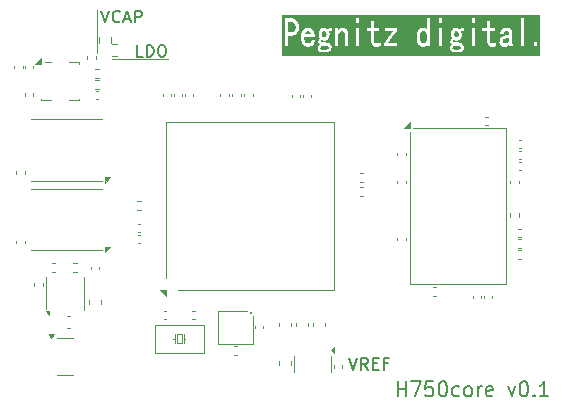
<source format=gbr>
%TF.GenerationSoftware,KiCad,Pcbnew,8.0.3*%
%TF.CreationDate,2024-07-19T10:15:31+08:00*%
%TF.ProjectId,h750xb_core,68373530-7862-45f6-936f-72652e6b6963,rev?*%
%TF.SameCoordinates,Original*%
%TF.FileFunction,Legend,Top*%
%TF.FilePolarity,Positive*%
%FSLAX46Y46*%
G04 Gerber Fmt 4.6, Leading zero omitted, Abs format (unit mm)*
G04 Created by KiCad (PCBNEW 8.0.3) date 2024-07-19 10:15:31*
%MOMM*%
%LPD*%
G01*
G04 APERTURE LIST*
%ADD10C,0.100000*%
%ADD11C,0.150000*%
%ADD12C,0.200000*%
%ADD13C,0.120000*%
G04 APERTURE END LIST*
D10*
X24370400Y-78848000D02*
X24370400Y-77648000D01*
X24370400Y-81348000D02*
X24370400Y-78848000D01*
X25670400Y-81848000D02*
X30370400Y-81848000D01*
D11*
X49854798Y-110384776D02*
X49854798Y-109114776D01*
X49854798Y-109719538D02*
X50540512Y-109719538D01*
X50540512Y-110384776D02*
X50540512Y-109114776D01*
X50997655Y-109114776D02*
X51797655Y-109114776D01*
X51797655Y-109114776D02*
X51283369Y-110384776D01*
X52826226Y-109114776D02*
X52254798Y-109114776D01*
X52254798Y-109114776D02*
X52197655Y-109719538D01*
X52197655Y-109719538D02*
X52254798Y-109659061D01*
X52254798Y-109659061D02*
X52369084Y-109598585D01*
X52369084Y-109598585D02*
X52654798Y-109598585D01*
X52654798Y-109598585D02*
X52769084Y-109659061D01*
X52769084Y-109659061D02*
X52826226Y-109719538D01*
X52826226Y-109719538D02*
X52883369Y-109840490D01*
X52883369Y-109840490D02*
X52883369Y-110142871D01*
X52883369Y-110142871D02*
X52826226Y-110263823D01*
X52826226Y-110263823D02*
X52769084Y-110324300D01*
X52769084Y-110324300D02*
X52654798Y-110384776D01*
X52654798Y-110384776D02*
X52369084Y-110384776D01*
X52369084Y-110384776D02*
X52254798Y-110324300D01*
X52254798Y-110324300D02*
X52197655Y-110263823D01*
X53626226Y-109114776D02*
X53740512Y-109114776D01*
X53740512Y-109114776D02*
X53854798Y-109175252D01*
X53854798Y-109175252D02*
X53911941Y-109235728D01*
X53911941Y-109235728D02*
X53969083Y-109356680D01*
X53969083Y-109356680D02*
X54026226Y-109598585D01*
X54026226Y-109598585D02*
X54026226Y-109900966D01*
X54026226Y-109900966D02*
X53969083Y-110142871D01*
X53969083Y-110142871D02*
X53911941Y-110263823D01*
X53911941Y-110263823D02*
X53854798Y-110324300D01*
X53854798Y-110324300D02*
X53740512Y-110384776D01*
X53740512Y-110384776D02*
X53626226Y-110384776D01*
X53626226Y-110384776D02*
X53511941Y-110324300D01*
X53511941Y-110324300D02*
X53454798Y-110263823D01*
X53454798Y-110263823D02*
X53397655Y-110142871D01*
X53397655Y-110142871D02*
X53340512Y-109900966D01*
X53340512Y-109900966D02*
X53340512Y-109598585D01*
X53340512Y-109598585D02*
X53397655Y-109356680D01*
X53397655Y-109356680D02*
X53454798Y-109235728D01*
X53454798Y-109235728D02*
X53511941Y-109175252D01*
X53511941Y-109175252D02*
X53626226Y-109114776D01*
X55054798Y-110324300D02*
X54940512Y-110384776D01*
X54940512Y-110384776D02*
X54711940Y-110384776D01*
X54711940Y-110384776D02*
X54597655Y-110324300D01*
X54597655Y-110324300D02*
X54540512Y-110263823D01*
X54540512Y-110263823D02*
X54483369Y-110142871D01*
X54483369Y-110142871D02*
X54483369Y-109780014D01*
X54483369Y-109780014D02*
X54540512Y-109659061D01*
X54540512Y-109659061D02*
X54597655Y-109598585D01*
X54597655Y-109598585D02*
X54711940Y-109538109D01*
X54711940Y-109538109D02*
X54940512Y-109538109D01*
X54940512Y-109538109D02*
X55054798Y-109598585D01*
X55740511Y-110384776D02*
X55626226Y-110324300D01*
X55626226Y-110324300D02*
X55569083Y-110263823D01*
X55569083Y-110263823D02*
X55511940Y-110142871D01*
X55511940Y-110142871D02*
X55511940Y-109780014D01*
X55511940Y-109780014D02*
X55569083Y-109659061D01*
X55569083Y-109659061D02*
X55626226Y-109598585D01*
X55626226Y-109598585D02*
X55740511Y-109538109D01*
X55740511Y-109538109D02*
X55911940Y-109538109D01*
X55911940Y-109538109D02*
X56026226Y-109598585D01*
X56026226Y-109598585D02*
X56083369Y-109659061D01*
X56083369Y-109659061D02*
X56140511Y-109780014D01*
X56140511Y-109780014D02*
X56140511Y-110142871D01*
X56140511Y-110142871D02*
X56083369Y-110263823D01*
X56083369Y-110263823D02*
X56026226Y-110324300D01*
X56026226Y-110324300D02*
X55911940Y-110384776D01*
X55911940Y-110384776D02*
X55740511Y-110384776D01*
X56654797Y-110384776D02*
X56654797Y-109538109D01*
X56654797Y-109780014D02*
X56711940Y-109659061D01*
X56711940Y-109659061D02*
X56769083Y-109598585D01*
X56769083Y-109598585D02*
X56883368Y-109538109D01*
X56883368Y-109538109D02*
X56997654Y-109538109D01*
X57854797Y-110324300D02*
X57740511Y-110384776D01*
X57740511Y-110384776D02*
X57511940Y-110384776D01*
X57511940Y-110384776D02*
X57397654Y-110324300D01*
X57397654Y-110324300D02*
X57340511Y-110203347D01*
X57340511Y-110203347D02*
X57340511Y-109719538D01*
X57340511Y-109719538D02*
X57397654Y-109598585D01*
X57397654Y-109598585D02*
X57511940Y-109538109D01*
X57511940Y-109538109D02*
X57740511Y-109538109D01*
X57740511Y-109538109D02*
X57854797Y-109598585D01*
X57854797Y-109598585D02*
X57911940Y-109719538D01*
X57911940Y-109719538D02*
X57911940Y-109840490D01*
X57911940Y-109840490D02*
X57340511Y-109961442D01*
X59226225Y-109538109D02*
X59511939Y-110384776D01*
X59511939Y-110384776D02*
X59797654Y-109538109D01*
X60483368Y-109114776D02*
X60597654Y-109114776D01*
X60597654Y-109114776D02*
X60711940Y-109175252D01*
X60711940Y-109175252D02*
X60769083Y-109235728D01*
X60769083Y-109235728D02*
X60826225Y-109356680D01*
X60826225Y-109356680D02*
X60883368Y-109598585D01*
X60883368Y-109598585D02*
X60883368Y-109900966D01*
X60883368Y-109900966D02*
X60826225Y-110142871D01*
X60826225Y-110142871D02*
X60769083Y-110263823D01*
X60769083Y-110263823D02*
X60711940Y-110324300D01*
X60711940Y-110324300D02*
X60597654Y-110384776D01*
X60597654Y-110384776D02*
X60483368Y-110384776D01*
X60483368Y-110384776D02*
X60369083Y-110324300D01*
X60369083Y-110324300D02*
X60311940Y-110263823D01*
X60311940Y-110263823D02*
X60254797Y-110142871D01*
X60254797Y-110142871D02*
X60197654Y-109900966D01*
X60197654Y-109900966D02*
X60197654Y-109598585D01*
X60197654Y-109598585D02*
X60254797Y-109356680D01*
X60254797Y-109356680D02*
X60311940Y-109235728D01*
X60311940Y-109235728D02*
X60369083Y-109175252D01*
X60369083Y-109175252D02*
X60483368Y-109114776D01*
X61397654Y-110263823D02*
X61454797Y-110324300D01*
X61454797Y-110324300D02*
X61397654Y-110384776D01*
X61397654Y-110384776D02*
X61340511Y-110324300D01*
X61340511Y-110324300D02*
X61397654Y-110263823D01*
X61397654Y-110263823D02*
X61397654Y-110384776D01*
X62597654Y-110384776D02*
X61911940Y-110384776D01*
X62254797Y-110384776D02*
X62254797Y-109114776D01*
X62254797Y-109114776D02*
X62140511Y-109296204D01*
X62140511Y-109296204D02*
X62026226Y-109417157D01*
X62026226Y-109417157D02*
X61911940Y-109477633D01*
X45764322Y-107117819D02*
X46097655Y-108117819D01*
X46097655Y-108117819D02*
X46430988Y-107117819D01*
X47335750Y-108117819D02*
X47002417Y-107641628D01*
X46764322Y-108117819D02*
X46764322Y-107117819D01*
X46764322Y-107117819D02*
X47145274Y-107117819D01*
X47145274Y-107117819D02*
X47240512Y-107165438D01*
X47240512Y-107165438D02*
X47288131Y-107213057D01*
X47288131Y-107213057D02*
X47335750Y-107308295D01*
X47335750Y-107308295D02*
X47335750Y-107451152D01*
X47335750Y-107451152D02*
X47288131Y-107546390D01*
X47288131Y-107546390D02*
X47240512Y-107594009D01*
X47240512Y-107594009D02*
X47145274Y-107641628D01*
X47145274Y-107641628D02*
X46764322Y-107641628D01*
X47764322Y-107594009D02*
X48097655Y-107594009D01*
X48240512Y-108117819D02*
X47764322Y-108117819D01*
X47764322Y-108117819D02*
X47764322Y-107117819D01*
X47764322Y-107117819D02*
X48240512Y-107117819D01*
X49002417Y-107594009D02*
X48669084Y-107594009D01*
X48669084Y-108117819D02*
X48669084Y-107117819D01*
X48669084Y-107117819D02*
X49145274Y-107117819D01*
D12*
G36*
X43522378Y-80681986D02*
G01*
X43620574Y-80692330D01*
X43644035Y-80694265D01*
X43742695Y-80699046D01*
X43777394Y-80699481D01*
X43882437Y-80708513D01*
X43979122Y-80748505D01*
X44023575Y-80844981D01*
X44017508Y-80884056D01*
X43946882Y-80973819D01*
X43888598Y-81004087D01*
X43791328Y-81025611D01*
X43687496Y-81031217D01*
X43587906Y-81028011D01*
X43486946Y-81014988D01*
X43389520Y-80979926D01*
X43365878Y-80963435D01*
X43307455Y-80858415D01*
X43337252Y-80760107D01*
X43361047Y-80730006D01*
X43447650Y-80672180D01*
X43522378Y-80681986D01*
G37*
G36*
X43702441Y-79432389D02*
G01*
X43786171Y-79497982D01*
X43822635Y-79581344D01*
X43836973Y-79704367D01*
X43829829Y-79794355D01*
X43786171Y-79910752D01*
X43731807Y-79962928D01*
X43632786Y-79987078D01*
X43563131Y-79976345D01*
X43479402Y-79910752D01*
X43442937Y-79827390D01*
X43428599Y-79704367D01*
X43435743Y-79614379D01*
X43479402Y-79497982D01*
X43533765Y-79445806D01*
X43632786Y-79421656D01*
X43702441Y-79432389D01*
G37*
G36*
X54714562Y-80681986D02*
G01*
X54812758Y-80692330D01*
X54836219Y-80694265D01*
X54934880Y-80699046D01*
X54969578Y-80699481D01*
X55074621Y-80708513D01*
X55171307Y-80748505D01*
X55215759Y-80844981D01*
X55209692Y-80884056D01*
X55139067Y-80973819D01*
X55080782Y-81004087D01*
X54983513Y-81025611D01*
X54879681Y-81031217D01*
X54780091Y-81028011D01*
X54679131Y-81014988D01*
X54581704Y-80979926D01*
X54558063Y-80963435D01*
X54499639Y-80858415D01*
X54529436Y-80760107D01*
X54553231Y-80730006D01*
X54639834Y-80672180D01*
X54714562Y-80681986D01*
G37*
G36*
X54894625Y-79432389D02*
G01*
X54978355Y-79497982D01*
X55014820Y-79581344D01*
X55029157Y-79704367D01*
X55022013Y-79794355D01*
X54978355Y-79910752D01*
X54923992Y-79962928D01*
X54824970Y-79987078D01*
X54755315Y-79976345D01*
X54671586Y-79910752D01*
X54635121Y-79827390D01*
X54620783Y-79704367D01*
X54627927Y-79614379D01*
X54671586Y-79497982D01*
X54725949Y-79445806D01*
X54824970Y-79421656D01*
X54894625Y-79432389D01*
G37*
G36*
X42376359Y-79437219D02*
G01*
X42465305Y-79492487D01*
X42469771Y-79497003D01*
X42529637Y-79601151D01*
X42556164Y-79725739D01*
X41968515Y-79725739D01*
X41973337Y-79706013D01*
X42017242Y-79587436D01*
X42089171Y-79493708D01*
X42178076Y-79439669D01*
X42277727Y-79421656D01*
X42376359Y-79437219D01*
G37*
G36*
X52094215Y-79426744D02*
G01*
X52190452Y-79478185D01*
X52262374Y-79566370D01*
X52273199Y-79584886D01*
X52320253Y-79701989D01*
X52344696Y-79830860D01*
X52351767Y-79965096D01*
X52351418Y-79996469D01*
X52341204Y-80126369D01*
X52313269Y-80249063D01*
X52262374Y-80357717D01*
X52233721Y-80397296D01*
X52151074Y-80468807D01*
X52048906Y-80495103D01*
X51983854Y-80488529D01*
X51889847Y-80446669D01*
X51812968Y-80357717D01*
X51803503Y-80340083D01*
X51762363Y-80226641D01*
X51740992Y-80099344D01*
X51734810Y-79965096D01*
X51735117Y-79933700D01*
X51744103Y-79803103D01*
X51768680Y-79678501D01*
X51813456Y-79566370D01*
X51863877Y-79496416D01*
X51950339Y-79438756D01*
X52048906Y-79421656D01*
X52094215Y-79426744D01*
G37*
G36*
X59314154Y-80221551D02*
G01*
X59289304Y-80271826D01*
X59223327Y-80362787D01*
X59140741Y-80429158D01*
X59126883Y-80437144D01*
X59033397Y-80478617D01*
X58934112Y-80495103D01*
X58885692Y-80490708D01*
X58796359Y-80439538D01*
X58785941Y-80425208D01*
X58751907Y-80308868D01*
X58754081Y-80271122D01*
X58797336Y-80156827D01*
X58814323Y-80137892D01*
X58906189Y-80089520D01*
X59002500Y-80067068D01*
X59105562Y-80045557D01*
X59207175Y-80018830D01*
X59218491Y-80014948D01*
X59314154Y-79978530D01*
X59314154Y-80221551D01*
G37*
G36*
X40924805Y-78671449D02*
G01*
X41028504Y-78698014D01*
X41120993Y-78757316D01*
X41178145Y-78848134D01*
X41207363Y-78971061D01*
X41214782Y-79099866D01*
X41208920Y-79215385D01*
X41181718Y-79341697D01*
X41120993Y-79442417D01*
X41036775Y-79497858D01*
X40935195Y-79526201D01*
X40834740Y-79533397D01*
X40597336Y-79533397D01*
X40597336Y-78665725D01*
X40834740Y-78665725D01*
X40924805Y-78671449D01*
G37*
G36*
X61937640Y-81540415D02*
G01*
X40035748Y-81540415D01*
X40035748Y-80885892D01*
X43078355Y-80885892D01*
X43090101Y-80979116D01*
X43142308Y-81084632D01*
X43226854Y-81162497D01*
X43266475Y-81185967D01*
X43359959Y-81223520D01*
X43457335Y-81246110D01*
X43569251Y-81259116D01*
X43676750Y-81262637D01*
X43691318Y-81262532D01*
X43790140Y-81255958D01*
X43896324Y-81235923D01*
X43995304Y-81202530D01*
X44087078Y-81155780D01*
X44108491Y-81142008D01*
X44194835Y-81058408D01*
X44246641Y-80950240D01*
X44255013Y-80885892D01*
X54270539Y-80885892D01*
X54282286Y-80979116D01*
X54334493Y-81084632D01*
X54419039Y-81162497D01*
X54458659Y-81185967D01*
X54552143Y-81223520D01*
X54649520Y-81246110D01*
X54761435Y-81259116D01*
X54868934Y-81262637D01*
X54883502Y-81262532D01*
X54982324Y-81255958D01*
X55088508Y-81235923D01*
X55187488Y-81202530D01*
X55279262Y-81155780D01*
X55300675Y-81142008D01*
X55387019Y-81058408D01*
X55438825Y-80950240D01*
X55456094Y-80817504D01*
X55451124Y-80754001D01*
X56131181Y-80754001D01*
X56382263Y-80754001D01*
X56382263Y-79176192D01*
X57035857Y-79176192D01*
X57035857Y-79435090D01*
X57409548Y-79435090D01*
X57409548Y-80239870D01*
X57410652Y-80286848D01*
X57427202Y-80415868D01*
X57468886Y-80538263D01*
X57535089Y-80638596D01*
X57567810Y-80672084D01*
X57660231Y-80736269D01*
X57756380Y-80770176D01*
X57864817Y-80781478D01*
X57962564Y-80777504D01*
X58060211Y-80760718D01*
X58105243Y-80746550D01*
X58198941Y-80706984D01*
X58198941Y-80384584D01*
X58141697Y-80422966D01*
X58047510Y-80468237D01*
X57955555Y-80489200D01*
X57853582Y-80495103D01*
X57790164Y-80488425D01*
X57700686Y-80426715D01*
X57677880Y-80375166D01*
X57672357Y-80336346D01*
X58478843Y-80336346D01*
X58491151Y-80461222D01*
X58533120Y-80575858D01*
X58604873Y-80666684D01*
X58612833Y-80673747D01*
X58707386Y-80736637D01*
X58804463Y-80770268D01*
X58912130Y-80781478D01*
X58958097Y-80779503D01*
X59055101Y-80761674D01*
X59148557Y-80725302D01*
X59236032Y-80672225D01*
X59314154Y-80594022D01*
X59325878Y-80665463D01*
X59367399Y-80754001D01*
X59670260Y-80754001D01*
X60339485Y-80754001D01*
X60590567Y-80754001D01*
X61375563Y-80754001D01*
X61659862Y-80754001D01*
X61659862Y-80412672D01*
X61375563Y-80412672D01*
X61375563Y-80754001D01*
X60590567Y-80754001D01*
X60590567Y-78365916D01*
X60339485Y-78365916D01*
X60339485Y-80754001D01*
X59670260Y-80754001D01*
X59638137Y-80701606D01*
X59586240Y-80590969D01*
X59580189Y-80570048D01*
X59565236Y-80446255D01*
X59565236Y-79690323D01*
X59564128Y-79643345D01*
X59547513Y-79514325D01*
X59505667Y-79391930D01*
X59439206Y-79291597D01*
X59368803Y-79229086D01*
X59271353Y-79180110D01*
X59168512Y-79155552D01*
X59066003Y-79148715D01*
X58984476Y-79153480D01*
X58884855Y-79174661D01*
X58785190Y-79218743D01*
X58698662Y-79284270D01*
X58664956Y-79319799D01*
X58596721Y-79424318D01*
X58554887Y-79537555D01*
X58531600Y-79668952D01*
X58803198Y-79668952D01*
X58823185Y-79594728D01*
X58882821Y-79493097D01*
X58968670Y-79446193D01*
X59066003Y-79435090D01*
X59075695Y-79435164D01*
X59181889Y-79449699D01*
X59268236Y-79511415D01*
X59286128Y-79544541D01*
X59314154Y-79662846D01*
X59296095Y-79704481D01*
X59204733Y-79756269D01*
X59139745Y-79777285D01*
X59042395Y-79802301D01*
X58942416Y-79822214D01*
X58871936Y-79837498D01*
X58771423Y-79870757D01*
X58676373Y-79921128D01*
X58593149Y-79993184D01*
X58528071Y-80091586D01*
X58490006Y-80210479D01*
X58481280Y-80308868D01*
X58478843Y-80336346D01*
X57672357Y-80336346D01*
X57660630Y-80253914D01*
X57660630Y-79435090D01*
X58111014Y-79435090D01*
X58111014Y-79176192D01*
X57660630Y-79176192D01*
X57660630Y-78640690D01*
X57409548Y-78640690D01*
X57409548Y-79176192D01*
X57035857Y-79176192D01*
X56382263Y-79176192D01*
X56131181Y-79176192D01*
X56131181Y-80754001D01*
X55451124Y-80754001D01*
X55450320Y-80743727D01*
X55408963Y-80622062D01*
X55335438Y-80527466D01*
X55302099Y-80500561D01*
X55203867Y-80453141D01*
X55105239Y-80428814D01*
X55005222Y-80416707D01*
X54890916Y-80412672D01*
X54833037Y-80411911D01*
X54727029Y-80404886D01*
X54625180Y-80381531D01*
X54554838Y-80294824D01*
X54564119Y-80235595D01*
X54594894Y-80194074D01*
X54610252Y-80202711D01*
X54705780Y-80238648D01*
X54723671Y-80243514D01*
X54824970Y-80259409D01*
X54872239Y-80256967D01*
X54971505Y-80233611D01*
X55070290Y-80178656D01*
X55148836Y-80103094D01*
X55179634Y-80062536D01*
X55238662Y-79949538D01*
X55269845Y-79833666D01*
X55280239Y-79704367D01*
X55278384Y-79637262D01*
X55256792Y-79511415D01*
X55217224Y-79425320D01*
X55236247Y-79419560D01*
X55334949Y-79414939D01*
X55400693Y-79425959D01*
X55500058Y-79455240D01*
X55500058Y-79150547D01*
X55492816Y-79149604D01*
X55390148Y-79147494D01*
X55292940Y-79170086D01*
X55210336Y-79211874D01*
X55122947Y-79279995D01*
X55087138Y-79242017D01*
X55000825Y-79184741D01*
X54925205Y-79158882D01*
X54824970Y-79148715D01*
X54777587Y-79151167D01*
X54678119Y-79174614D01*
X54579201Y-79229783D01*
X54500616Y-79305641D01*
X54469933Y-79346065D01*
X54411124Y-79458896D01*
X54380057Y-79574821D01*
X54369702Y-79704367D01*
X54375345Y-79794723D01*
X54403896Y-79918080D01*
X54421451Y-79964868D01*
X54479611Y-80069510D01*
X54454942Y-80087256D01*
X54378006Y-80166597D01*
X54355139Y-80200829D01*
X54325738Y-80322302D01*
X54328984Y-80377401D01*
X54366771Y-80491440D01*
X54374469Y-80503456D01*
X54449325Y-80583642D01*
X54398932Y-80623253D01*
X54328180Y-80709427D01*
X54297784Y-80763916D01*
X54276676Y-80858415D01*
X54270539Y-80885892D01*
X44255013Y-80885892D01*
X44263910Y-80817504D01*
X44258136Y-80743727D01*
X44216778Y-80622062D01*
X44143254Y-80527466D01*
X44109915Y-80500561D01*
X44011683Y-80453141D01*
X43913055Y-80428814D01*
X43813037Y-80416707D01*
X43698732Y-80412672D01*
X43640853Y-80411911D01*
X43534845Y-80404886D01*
X43432995Y-80381531D01*
X43362654Y-80294824D01*
X43371935Y-80235595D01*
X43402709Y-80194074D01*
X43418068Y-80202711D01*
X43513596Y-80238648D01*
X43531486Y-80243514D01*
X43632786Y-80259409D01*
X43680055Y-80256967D01*
X43779321Y-80233611D01*
X43878106Y-80178656D01*
X43956652Y-80103094D01*
X43987450Y-80062536D01*
X44046478Y-79949538D01*
X44077661Y-79833666D01*
X44088055Y-79704367D01*
X44086200Y-79637262D01*
X44064607Y-79511415D01*
X44025040Y-79425320D01*
X44044062Y-79419560D01*
X44142765Y-79414939D01*
X44208508Y-79425959D01*
X44307873Y-79455240D01*
X44307873Y-79176192D01*
X44521342Y-79176192D01*
X44521342Y-80754001D01*
X44772423Y-80754001D01*
X44772423Y-80034095D01*
X44776717Y-79936894D01*
X44795798Y-79816910D01*
X44835511Y-79695065D01*
X44894545Y-79587131D01*
X44964517Y-79500352D01*
X45052768Y-79432857D01*
X45152465Y-79407612D01*
X45234370Y-79424910D01*
X45316596Y-79497982D01*
X45324109Y-79509467D01*
X45366760Y-79620406D01*
X45378634Y-79745278D01*
X45378634Y-80754001D01*
X45629716Y-80754001D01*
X46338020Y-80754001D01*
X46589102Y-80754001D01*
X46589102Y-79176192D01*
X47242695Y-79176192D01*
X47242695Y-79435090D01*
X47616387Y-79435090D01*
X47616387Y-80239870D01*
X47617490Y-80286848D01*
X47634041Y-80415868D01*
X47675725Y-80538263D01*
X47741928Y-80638596D01*
X47774649Y-80672084D01*
X47867070Y-80736269D01*
X47963219Y-80770176D01*
X48071656Y-80781478D01*
X48169402Y-80777504D01*
X48267050Y-80760718D01*
X48312082Y-80746550D01*
X48405780Y-80706984D01*
X48405780Y-80507316D01*
X48718411Y-80507316D01*
X48718411Y-80754001D01*
X49816038Y-80754001D01*
X49816038Y-80495103D01*
X49031530Y-80495103D01*
X49392031Y-79965096D01*
X51461746Y-79965096D01*
X51467310Y-80110512D01*
X51484003Y-80241759D01*
X51511824Y-80358838D01*
X51558346Y-80477523D01*
X51620016Y-80576925D01*
X51703425Y-80666417D01*
X51795382Y-80730340D01*
X51895888Y-80768694D01*
X52004942Y-80781478D01*
X52028006Y-80780979D01*
X52127917Y-80765452D01*
X52220853Y-80724692D01*
X52282082Y-80679240D01*
X52351767Y-80592801D01*
X52351767Y-80754001D01*
X52602849Y-80754001D01*
X53333135Y-80754001D01*
X53584217Y-80754001D01*
X53584217Y-79176192D01*
X53333135Y-79176192D01*
X53333135Y-80754001D01*
X52602849Y-80754001D01*
X52602849Y-78775634D01*
X53333135Y-78775634D01*
X53584217Y-78775634D01*
X56131181Y-78775634D01*
X56382263Y-78775634D01*
X56382263Y-78379350D01*
X56131181Y-78379350D01*
X56131181Y-78775634D01*
X53584217Y-78775634D01*
X53584217Y-78379350D01*
X53333135Y-78379350D01*
X53333135Y-78775634D01*
X52602849Y-78775634D01*
X52602849Y-78365916D01*
X52351767Y-78365916D01*
X52351767Y-79337392D01*
X52303296Y-79270273D01*
X52220853Y-79199395D01*
X52203434Y-79187937D01*
X52107578Y-79147553D01*
X52004942Y-79135281D01*
X51990843Y-79135488D01*
X51882857Y-79152042D01*
X51783420Y-79195080D01*
X51692531Y-79264603D01*
X51620016Y-79347162D01*
X51610278Y-79360594D01*
X51550773Y-79465238D01*
X51506414Y-79588465D01*
X51480448Y-79708879D01*
X51465610Y-79842945D01*
X51461746Y-79965096D01*
X49392031Y-79965096D01*
X49760839Y-79422877D01*
X49760839Y-79176192D01*
X48762374Y-79176192D01*
X48762374Y-79435090D01*
X49447720Y-79435090D01*
X48718411Y-80507316D01*
X48405780Y-80507316D01*
X48405780Y-80384584D01*
X48348535Y-80422966D01*
X48254349Y-80468237D01*
X48162394Y-80489200D01*
X48060420Y-80495103D01*
X47997003Y-80488425D01*
X47907524Y-80426715D01*
X47884719Y-80375166D01*
X47867469Y-80253914D01*
X47867469Y-79435090D01*
X48317852Y-79435090D01*
X48317852Y-79176192D01*
X47867469Y-79176192D01*
X47867469Y-78640690D01*
X47616387Y-78640690D01*
X47616387Y-79176192D01*
X47242695Y-79176192D01*
X46589102Y-79176192D01*
X46338020Y-79176192D01*
X46338020Y-80754001D01*
X45629716Y-80754001D01*
X45629716Y-79649413D01*
X45619602Y-79522700D01*
X45585116Y-79399156D01*
X45526157Y-79292207D01*
X45512876Y-79274831D01*
X45425643Y-79199302D01*
X45325504Y-79160065D01*
X45218411Y-79148715D01*
X45128169Y-79155428D01*
X45030992Y-79181869D01*
X44941439Y-79233589D01*
X44921693Y-79249686D01*
X44840215Y-79329627D01*
X44772423Y-79424099D01*
X44772423Y-79176192D01*
X44521342Y-79176192D01*
X44307873Y-79176192D01*
X44307873Y-79150547D01*
X44300632Y-79149604D01*
X44197964Y-79147494D01*
X44100755Y-79170086D01*
X44018152Y-79211874D01*
X43930762Y-79279995D01*
X43894954Y-79242017D01*
X43808641Y-79184741D01*
X43733021Y-79158882D01*
X43632786Y-79148715D01*
X43585403Y-79151167D01*
X43485935Y-79174614D01*
X43387017Y-79229783D01*
X43308432Y-79305641D01*
X43277749Y-79346065D01*
X43218939Y-79458896D01*
X43187873Y-79574821D01*
X43177517Y-79704367D01*
X43183161Y-79794723D01*
X43211711Y-79918080D01*
X43229266Y-79964868D01*
X43287427Y-80069510D01*
X43262758Y-80087256D01*
X43185822Y-80166597D01*
X43162954Y-80200829D01*
X43133554Y-80322302D01*
X43136799Y-80377401D01*
X43174587Y-80491440D01*
X43182284Y-80503456D01*
X43257141Y-80583642D01*
X43206747Y-80623253D01*
X43135996Y-80709427D01*
X43105599Y-80763916D01*
X43084492Y-80858415D01*
X43078355Y-80885892D01*
X40035748Y-80885892D01*
X40035748Y-79533397D01*
X40313526Y-79533397D01*
X40313526Y-80754001D01*
X40597336Y-80754001D01*
X40597336Y-79965096D01*
X41679332Y-79965096D01*
X41683601Y-80079672D01*
X41699996Y-80206812D01*
X41734664Y-80340870D01*
X41786069Y-80459560D01*
X41854210Y-80562881D01*
X41911325Y-80625856D01*
X41999061Y-80696089D01*
X42095866Y-80745401D01*
X42201741Y-80773793D01*
X42299709Y-80781478D01*
X42390650Y-80774027D01*
X42488057Y-80747266D01*
X42589320Y-80693894D01*
X42671935Y-80625773D01*
X42734987Y-80551838D01*
X42797231Y-80439691D01*
X42834784Y-80323866D01*
X42855605Y-80192853D01*
X42583030Y-80192853D01*
X42581547Y-80202765D01*
X42550558Y-80323379D01*
X42487287Y-80424273D01*
X42398341Y-80479540D01*
X42299709Y-80495103D01*
X42228909Y-80487738D01*
X42133814Y-80449069D01*
X42052046Y-80377256D01*
X42028691Y-80345209D01*
X41980519Y-80231990D01*
X41958624Y-80111986D01*
X41952395Y-79984636D01*
X42842905Y-79984636D01*
X42839160Y-79849447D01*
X42824780Y-79704103D01*
X42799616Y-79577178D01*
X42756626Y-79452377D01*
X42689520Y-79340445D01*
X42679882Y-79328649D01*
X42596870Y-79247763D01*
X42503356Y-79190843D01*
X42399339Y-79157889D01*
X42299709Y-79148715D01*
X42233656Y-79152140D01*
X42125190Y-79174617D01*
X42025794Y-79218074D01*
X41935467Y-79282509D01*
X41854210Y-79367923D01*
X41794779Y-79455521D01*
X41740983Y-79571936D01*
X41703924Y-79703661D01*
X41700669Y-79725739D01*
X41685480Y-79828755D01*
X41679332Y-79965096D01*
X40597336Y-79965096D01*
X40597336Y-79833816D01*
X40900686Y-79833816D01*
X40952273Y-79832077D01*
X41064262Y-79814496D01*
X41164516Y-79777981D01*
X41253036Y-79722533D01*
X41339834Y-79635979D01*
X41368206Y-79597547D01*
X41430221Y-79483096D01*
X41468205Y-79368676D01*
X41490995Y-79240933D01*
X41498592Y-79099866D01*
X41497972Y-79058204D01*
X41486034Y-78920990D01*
X41458903Y-78797158D01*
X41450370Y-78775634D01*
X46338020Y-78775634D01*
X46589102Y-78775634D01*
X46589102Y-78379350D01*
X46338020Y-78379350D01*
X46338020Y-78775634D01*
X41450370Y-78775634D01*
X41409291Y-78672021D01*
X41339834Y-78564364D01*
X41287382Y-78507194D01*
X41203890Y-78443435D01*
X41108665Y-78398668D01*
X41001705Y-78372893D01*
X40900686Y-78365916D01*
X40313526Y-78365916D01*
X40313526Y-79533397D01*
X40035748Y-79533397D01*
X40035748Y-78088138D01*
X61937640Y-78088138D01*
X61937640Y-81540415D01*
G37*
D11*
X24764322Y-77717819D02*
X25097655Y-78717819D01*
X25097655Y-78717819D02*
X25430988Y-77717819D01*
X26335750Y-78622580D02*
X26288131Y-78670200D01*
X26288131Y-78670200D02*
X26145274Y-78717819D01*
X26145274Y-78717819D02*
X26050036Y-78717819D01*
X26050036Y-78717819D02*
X25907179Y-78670200D01*
X25907179Y-78670200D02*
X25811941Y-78574961D01*
X25811941Y-78574961D02*
X25764322Y-78479723D01*
X25764322Y-78479723D02*
X25716703Y-78289247D01*
X25716703Y-78289247D02*
X25716703Y-78146390D01*
X25716703Y-78146390D02*
X25764322Y-77955914D01*
X25764322Y-77955914D02*
X25811941Y-77860676D01*
X25811941Y-77860676D02*
X25907179Y-77765438D01*
X25907179Y-77765438D02*
X26050036Y-77717819D01*
X26050036Y-77717819D02*
X26145274Y-77717819D01*
X26145274Y-77717819D02*
X26288131Y-77765438D01*
X26288131Y-77765438D02*
X26335750Y-77813057D01*
X26716703Y-78432104D02*
X27192893Y-78432104D01*
X26621465Y-78717819D02*
X26954798Y-77717819D01*
X26954798Y-77717819D02*
X27288131Y-78717819D01*
X27621465Y-78717819D02*
X27621465Y-77717819D01*
X27621465Y-77717819D02*
X28002417Y-77717819D01*
X28002417Y-77717819D02*
X28097655Y-77765438D01*
X28097655Y-77765438D02*
X28145274Y-77813057D01*
X28145274Y-77813057D02*
X28192893Y-77908295D01*
X28192893Y-77908295D02*
X28192893Y-78051152D01*
X28192893Y-78051152D02*
X28145274Y-78146390D01*
X28145274Y-78146390D02*
X28097655Y-78194009D01*
X28097655Y-78194009D02*
X28002417Y-78241628D01*
X28002417Y-78241628D02*
X27621465Y-78241628D01*
X28283369Y-81617819D02*
X27807179Y-81617819D01*
X27807179Y-81617819D02*
X27807179Y-80617819D01*
X28616703Y-81617819D02*
X28616703Y-80617819D01*
X28616703Y-80617819D02*
X28854798Y-80617819D01*
X28854798Y-80617819D02*
X28997655Y-80665438D01*
X28997655Y-80665438D02*
X29092893Y-80760676D01*
X29092893Y-80760676D02*
X29140512Y-80855914D01*
X29140512Y-80855914D02*
X29188131Y-81046390D01*
X29188131Y-81046390D02*
X29188131Y-81189247D01*
X29188131Y-81189247D02*
X29140512Y-81379723D01*
X29140512Y-81379723D02*
X29092893Y-81474961D01*
X29092893Y-81474961D02*
X28997655Y-81570200D01*
X28997655Y-81570200D02*
X28854798Y-81617819D01*
X28854798Y-81617819D02*
X28616703Y-81617819D01*
X29807179Y-80617819D02*
X29997655Y-80617819D01*
X29997655Y-80617819D02*
X30092893Y-80665438D01*
X30092893Y-80665438D02*
X30188131Y-80760676D01*
X30188131Y-80760676D02*
X30235750Y-80951152D01*
X30235750Y-80951152D02*
X30235750Y-81284485D01*
X30235750Y-81284485D02*
X30188131Y-81474961D01*
X30188131Y-81474961D02*
X30092893Y-81570200D01*
X30092893Y-81570200D02*
X29997655Y-81617819D01*
X29997655Y-81617819D02*
X29807179Y-81617819D01*
X29807179Y-81617819D02*
X29711941Y-81570200D01*
X29711941Y-81570200D02*
X29616703Y-81474961D01*
X29616703Y-81474961D02*
X29569084Y-81284485D01*
X29569084Y-81284485D02*
X29569084Y-80951152D01*
X29569084Y-80951152D02*
X29616703Y-80760676D01*
X29616703Y-80760676D02*
X29711941Y-80665438D01*
X29711941Y-80665438D02*
X29807179Y-80617819D01*
D13*
%TO.C,Y1*%
X34633647Y-103119067D02*
X37133647Y-103119067D01*
X34633647Y-105919067D02*
X34633647Y-103119067D01*
X37633647Y-103619067D02*
X37633647Y-105919067D01*
X37633647Y-105919067D02*
X34633647Y-105919067D01*
D12*
X37497147Y-103319067D02*
G75*
G02*
X37370147Y-103319067I-63500J0D01*
G01*
X37370147Y-103319067D02*
G75*
G02*
X37497147Y-103319067I63500J0D01*
G01*
D13*
%TO.C,C38*%
X17382800Y-82595036D02*
X17382800Y-82379364D01*
X18102800Y-82595036D02*
X18102800Y-82379364D01*
%TO.C,R11*%
X24547900Y-80460258D02*
X24547900Y-79985742D01*
X25592900Y-80460258D02*
X25592900Y-79985742D01*
%TO.C,C64*%
X17560399Y-91555634D02*
X17560399Y-91339962D01*
X18280399Y-91555634D02*
X18280399Y-91339962D01*
%TO.C,R10*%
X20553159Y-99108300D02*
X20860441Y-99108300D01*
X20553159Y-99868300D02*
X20860441Y-99868300D01*
%TO.C,C45*%
X23702000Y-102256320D02*
X23702000Y-102537480D01*
X24722000Y-102256320D02*
X24722000Y-102537480D01*
%TO.C,R5*%
X59390400Y-95201641D02*
X59390400Y-94894359D01*
X60150400Y-95201641D02*
X60150400Y-94894359D01*
%TO.C,D3*%
X21698600Y-105413400D02*
X21048600Y-105413400D01*
X21698600Y-105413400D02*
X22348600Y-105413400D01*
X21698600Y-108533400D02*
X21048600Y-108533400D01*
X21698600Y-108533400D02*
X22348600Y-108533400D01*
X20536100Y-105463400D02*
X20296100Y-105133400D01*
X20776100Y-105133400D01*
X20536100Y-105463400D01*
G36*
X20536100Y-105463400D02*
G01*
X20296100Y-105133400D01*
X20776100Y-105133400D01*
X20536100Y-105463400D01*
G37*
%TO.C,C34*%
X29968778Y-84991436D02*
X29968778Y-84775764D01*
X30688778Y-84991436D02*
X30688778Y-84775764D01*
%TO.C,C49*%
X60278236Y-96169003D02*
X60062564Y-96169003D01*
X60278236Y-96889003D02*
X60062564Y-96889003D01*
%TO.C,C2*%
X41810401Y-85058335D02*
X41810401Y-84842663D01*
X42530401Y-85058335D02*
X42530401Y-84842663D01*
%TO.C,C61*%
X30889590Y-84991435D02*
X30889590Y-84775763D01*
X31609590Y-84991435D02*
X31609590Y-84775763D01*
%TO.C,C66*%
X32462565Y-103135341D02*
X32678237Y-103135341D01*
X32462565Y-103855341D02*
X32678237Y-103855341D01*
%TO.C,U7*%
X24810400Y-98007997D02*
X18820400Y-98007997D01*
X24820400Y-92787997D02*
X18820400Y-92787997D01*
X25050400Y-98187997D02*
X25050400Y-97707997D01*
X25530400Y-97707997D01*
X25050400Y-98187997D01*
G36*
X25050400Y-98187997D02*
G01*
X25050400Y-97707997D01*
X25530400Y-97707997D01*
X25050400Y-98187997D01*
G37*
%TO.C,C27*%
X34850449Y-84955459D02*
X34850449Y-84739787D01*
X35570449Y-84955459D02*
X35570449Y-84739787D01*
%TO.C,FB2*%
X42725455Y-104139391D02*
X42725455Y-104464951D01*
X43745455Y-104139391D02*
X43745455Y-104464951D01*
%TO.C,U4*%
X41107700Y-107633800D02*
X41107700Y-106983800D01*
X41107700Y-107633800D02*
X41107700Y-108283800D01*
X44227700Y-107633800D02*
X44227700Y-106983800D01*
X44227700Y-107633800D02*
X44227700Y-108283800D01*
X44507700Y-106711300D02*
X44177700Y-106471300D01*
X44507700Y-106231300D01*
X44507700Y-106711300D01*
G36*
X44507700Y-106711300D02*
G01*
X44177700Y-106471300D01*
X44507700Y-106231300D01*
X44507700Y-106711300D01*
G37*
%TO.C,C52*%
X60328236Y-88673494D02*
X60112564Y-88673494D01*
X60328236Y-89393494D02*
X60112564Y-89393494D01*
%TO.C,C67*%
X36025811Y-106159068D02*
X36241483Y-106159068D01*
X36025811Y-106879068D02*
X36241483Y-106879068D01*
%TO.C,U3*%
X20093800Y-102950500D02*
X20093800Y-100260500D01*
X23313800Y-103060500D02*
X23313800Y-100260500D01*
X20323800Y-103470500D02*
X20043800Y-103190500D01*
X20323800Y-103190500D01*
X20323800Y-103470500D01*
G36*
X20323800Y-103470500D02*
G01*
X20043800Y-103190500D01*
X20323800Y-103190500D01*
X20323800Y-103470500D01*
G37*
%TO.C,R8*%
X24551241Y-83580400D02*
X24243959Y-83580400D01*
X24551241Y-84340400D02*
X24243959Y-84340400D01*
%TO.C,C59*%
X53078236Y-101152127D02*
X52862564Y-101152127D01*
X53078236Y-101872127D02*
X52862564Y-101872127D01*
%TO.C,Y2*%
X29270400Y-104302498D02*
X29270400Y-106702498D01*
X29270400Y-106702498D02*
X33470400Y-106702498D01*
X30970400Y-105102498D02*
X30970400Y-105902498D01*
X30970400Y-105502498D02*
X30870401Y-105502498D01*
X31770400Y-105102498D02*
X31770400Y-105902498D01*
X31770400Y-105502498D02*
X31870399Y-105502498D01*
X33470400Y-104302498D02*
X29270400Y-104302498D01*
X33470400Y-106702498D02*
X33470400Y-104302498D01*
X31570400Y-105902498D02*
X31170400Y-105902498D01*
X31170400Y-105102498D01*
X31570400Y-105102498D01*
X31570400Y-105902498D01*
%TO.C,U9*%
X50870400Y-87968000D02*
X50870400Y-100848000D01*
X50870400Y-100848000D02*
X59070400Y-100848000D01*
X59070400Y-87648000D02*
X51190400Y-87648000D01*
X59070400Y-100848000D02*
X59070400Y-87648000D01*
X50870400Y-87648000D02*
X50370400Y-87648000D01*
X50870400Y-87148000D01*
X50870400Y-87648000D01*
G36*
X50870400Y-87648000D02*
G01*
X50370400Y-87648000D01*
X50870400Y-87148000D01*
X50870400Y-87648000D01*
G37*
%TO.C,C51*%
X49810400Y-89955836D02*
X49810400Y-89740164D01*
X50530400Y-89955836D02*
X50530400Y-89740164D01*
%TO.C,C57*%
X49810400Y-97155836D02*
X49810400Y-96940164D01*
X50530400Y-97155836D02*
X50530400Y-96940164D01*
%TO.C,C62*%
X31810400Y-84991435D02*
X31810400Y-84775763D01*
X32530400Y-84991435D02*
X32530400Y-84775763D01*
%TO.C,C63*%
X17560400Y-97420833D02*
X17560400Y-97205161D01*
X18280400Y-97420833D02*
X18280400Y-97205161D01*
%TO.C,R9*%
X22381959Y-99108300D02*
X22689241Y-99108300D01*
X22381959Y-99868300D02*
X22689241Y-99868300D01*
%TO.C,U2*%
X19669400Y-85207000D02*
X19669400Y-85307000D01*
X19669400Y-85307000D02*
X20469400Y-85307000D01*
X20469400Y-82107000D02*
X20009400Y-82107000D01*
X22069400Y-82107000D02*
X22869400Y-82107000D01*
X22069400Y-85307000D02*
X22869400Y-85307000D01*
X22869400Y-82107000D02*
X22869400Y-82207000D01*
X22869400Y-85307000D02*
X22869400Y-85207000D01*
X19669400Y-82227000D02*
X19189400Y-82227000D01*
X19669400Y-81747000D01*
X19669400Y-82227000D01*
G36*
X19669400Y-82227000D02*
G01*
X19189400Y-82227000D01*
X19669400Y-81747000D01*
X19669400Y-82227000D01*
G37*
%TO.C,C32*%
X28062636Y-96688000D02*
X27846964Y-96688000D01*
X28062636Y-97408000D02*
X27846964Y-97408000D01*
%TO.C,FBopt2*%
X41260400Y-104139391D02*
X41260400Y-104464951D01*
X42280400Y-104139391D02*
X42280400Y-104464951D01*
%TO.C,FB4*%
X39800342Y-107692979D02*
X39800342Y-107367421D01*
X40820342Y-107692979D02*
X40820342Y-107367421D01*
%TO.C,C41*%
X18297200Y-84931836D02*
X18297200Y-84716164D01*
X19017200Y-84931836D02*
X19017200Y-84716164D01*
%TO.C,C39*%
X18297200Y-82595036D02*
X18297200Y-82379364D01*
X19017200Y-82595036D02*
X19017200Y-82379364D01*
%TO.C,C16*%
X40896600Y-85058336D02*
X40896600Y-84842664D01*
X41616600Y-85058336D02*
X41616600Y-84842664D01*
%TO.C,C31*%
X28062636Y-95773599D02*
X27846964Y-95773599D01*
X28062636Y-96493599D02*
X27846964Y-96493599D01*
%TO.C,C44*%
X19076800Y-100802864D02*
X19076800Y-101018536D01*
X19796800Y-100802864D02*
X19796800Y-101018536D01*
%TO.C,C43*%
X21836220Y-103550300D02*
X22117380Y-103550300D01*
X21836220Y-104570300D02*
X22117380Y-104570300D01*
%TO.C,C68*%
X37773648Y-104626904D02*
X37773648Y-104411232D01*
X38493648Y-104626904D02*
X38493648Y-104411232D01*
%TO.C,C33*%
X46677765Y-91488000D02*
X46893437Y-91488000D01*
X46677765Y-92208000D02*
X46893437Y-92208000D01*
%TO.C,C55*%
X49810400Y-92355836D02*
X49810400Y-92140164D01*
X50530400Y-92355836D02*
X50530400Y-92140164D01*
%TO.C,C53*%
X60328235Y-90517288D02*
X60112563Y-90517288D01*
X60328235Y-91237288D02*
X60112563Y-91237288D01*
%TO.C,C42*%
X23580400Y-81566564D02*
X23580400Y-81782236D01*
X24300400Y-81566564D02*
X24300400Y-81782236D01*
%TO.C,C48*%
X59410400Y-92140164D02*
X59410400Y-92355836D01*
X60130400Y-92140164D02*
X60130400Y-92355836D01*
%TO.C,U8*%
X24810400Y-92142798D02*
X18820400Y-92142798D01*
X24820400Y-86922798D02*
X18820400Y-86922798D01*
X25050400Y-92322798D02*
X25050400Y-91842798D01*
X25530400Y-91842798D01*
X25050400Y-92322798D01*
G36*
X25050400Y-92322798D02*
G01*
X25050400Y-91842798D01*
X25530400Y-91842798D01*
X25050400Y-92322798D01*
G37*
%TO.C,C29*%
X36850449Y-84955460D02*
X36850449Y-84739788D01*
X37570449Y-84955460D02*
X37570449Y-84739788D01*
%TO.C,R7*%
X24243959Y-82666000D02*
X24551241Y-82666000D01*
X24243959Y-83426000D02*
X24551241Y-83426000D01*
%TO.C,C65*%
X30278236Y-103135340D02*
X30062564Y-103135340D01*
X30278236Y-103855340D02*
X30062564Y-103855340D01*
%TO.C,C50*%
X56227902Y-102069963D02*
X56227902Y-101854291D01*
X56947902Y-102069963D02*
X56947902Y-101854291D01*
%TO.C,C54*%
X60328236Y-89594273D02*
X60112564Y-89594273D01*
X60328236Y-90314273D02*
X60112564Y-90314273D01*
%TO.C,C30*%
X46677765Y-92688000D02*
X46893437Y-92688000D01*
X46677765Y-93408000D02*
X46893437Y-93408000D01*
%TO.C,C40*%
X24289764Y-84514800D02*
X24505436Y-84514800D01*
X24289764Y-85234800D02*
X24505436Y-85234800D01*
%TO.C,C47*%
X57478237Y-86688000D02*
X57262565Y-86688000D01*
X57478237Y-87408000D02*
X57262565Y-87408000D01*
%TO.C,C28*%
X35850449Y-84955460D02*
X35850449Y-84739788D01*
X36570449Y-84955460D02*
X36570449Y-84739788D01*
%TO.C,R4*%
X25633142Y-80525500D02*
X26107658Y-80525500D01*
X25633142Y-81570500D02*
X26107658Y-81570500D01*
%TO.C,C36*%
X44452600Y-107754564D02*
X44452600Y-107970236D01*
X45172600Y-107754564D02*
X45172600Y-107970236D01*
%TO.C,C58*%
X60278236Y-98010467D02*
X60062564Y-98010467D01*
X60278236Y-98730467D02*
X60062564Y-98730467D01*
%TO.C,C56*%
X60278237Y-97088000D02*
X60062565Y-97088000D01*
X60278237Y-97808000D02*
X60062565Y-97808000D01*
%TO.C,U1*%
X30260400Y-87138000D02*
X44480400Y-87138000D01*
X30260400Y-100358000D02*
X30260400Y-87138000D01*
X44480400Y-87138000D02*
X44480400Y-101358000D01*
X44480400Y-101358000D02*
X31260400Y-101358000D01*
X30260400Y-101858000D02*
X29760400Y-101358000D01*
X30260400Y-101358000D01*
X30260400Y-101858000D01*
G36*
X30260400Y-101858000D02*
G01*
X29760400Y-101358000D01*
X30260400Y-101358000D01*
X30260400Y-101858000D01*
G37*
%TO.C,C35*%
X23879800Y-99630836D02*
X23879800Y-99415164D01*
X24599800Y-99630836D02*
X24599800Y-99415164D01*
%TO.C,R2*%
X28108441Y-93868000D02*
X27801159Y-93868000D01*
X28108441Y-94628000D02*
X27801159Y-94628000D01*
%TO.C,FBopt1*%
X39800342Y-104139390D02*
X39800342Y-104464950D01*
X40820342Y-104139390D02*
X40820342Y-104464950D01*
%TO.C,C60*%
X57150400Y-102069963D02*
X57150400Y-101854291D01*
X57870400Y-102069963D02*
X57870400Y-101854291D01*
%TD*%
M02*

</source>
